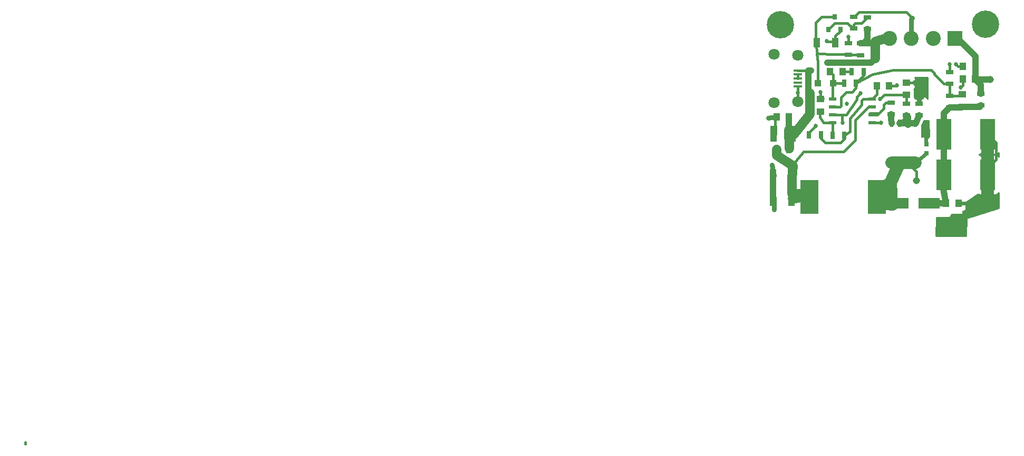
<source format=gtl>
G04 #@! TF.FileFunction,Copper,L1,Top,Signal*
%FSLAX46Y46*%
G04 Gerber Fmt 4.6, Leading zero omitted, Abs format (unit mm)*
G04 Created by KiCad (PCBNEW 4.0.7-e2-6376~60~ubuntu17.10.1) date Tue Feb 13 22:12:39 2018*
%MOMM*%
%LPD*%
G01*
G04 APERTURE LIST*
%ADD10C,0.100000*%
%ADD11R,1.300000X0.700000*%
%ADD12R,0.700000X1.300000*%
%ADD13R,0.750000X0.800000*%
%ADD14R,1.250000X1.000000*%
%ADD15R,1.000000X1.250000*%
%ADD16R,0.508000X1.143000*%
%ADD17C,1.143000*%
%ADD18R,2.400000X5.000000*%
%ADD19R,0.800000X0.900000*%
%ADD20R,1.000000X1.000000*%
%ADD21C,4.400000*%
%ADD22C,2.400000*%
%ADD23R,2.400000X2.400000*%
%ADD24R,2.900000X5.400000*%
%ADD25R,1.143000X0.508000*%
%ADD26R,1.350000X0.400000*%
%ADD27C,1.800000*%
%ADD28R,3.500000X1.800000*%
%ADD29R,1.000000X2.500000*%
%ADD30R,1.000000X1.600000*%
%ADD31C,0.685800*%
%ADD32C,0.381000*%
%ADD33C,1.000000*%
%ADD34C,0.600000*%
%ADD35C,0.800000*%
%ADD36C,2.000000*%
%ADD37C,0.400000*%
%ADD38C,1.500000*%
%ADD39C,0.200000*%
%ADD40C,0.254000*%
G04 APERTURE END LIST*
D10*
D11*
X165925500Y-85354200D03*
X165925500Y-83454200D03*
X165925500Y-89164200D03*
X165925500Y-87264200D03*
X160985200Y-90434200D03*
X160985200Y-88534200D03*
X158953200Y-90434200D03*
X158953200Y-88534200D03*
X156502100Y-90294500D03*
X156502100Y-88394500D03*
D12*
X152080000Y-83362800D03*
X150180000Y-83362800D03*
X150835400Y-85217000D03*
X148935400Y-85217000D03*
X147106600Y-93599000D03*
X149006600Y-93599000D03*
D11*
X170942000Y-86908600D03*
X170942000Y-88808600D03*
D12*
X138115000Y-95910400D03*
X140015000Y-95910400D03*
D13*
X162191700Y-96546100D03*
X162191700Y-95046100D03*
D14*
X158978600Y-87131400D03*
X158978600Y-85131400D03*
X145161000Y-89836500D03*
X145161000Y-87836500D03*
D15*
X146726400Y-83388200D03*
X148726400Y-83388200D03*
D16*
X160439100Y-98056700D03*
X159169100Y-98056700D03*
X157899100Y-98056700D03*
X156629100Y-98056700D03*
X156629100Y-91706700D03*
X157899100Y-91706700D03*
X159169100Y-91706700D03*
X160439100Y-91706700D03*
D17*
X160566100Y-100952300D03*
X172466000Y-84683600D03*
D18*
X164978200Y-99974400D03*
X171978200Y-99974400D03*
X165003600Y-93472000D03*
X172003600Y-93472000D03*
D19*
X146471600Y-76615800D03*
X148371600Y-76615800D03*
X147421600Y-74615800D03*
D11*
X152704800Y-74640400D03*
X152704800Y-76540400D03*
D15*
X165331900Y-104571800D03*
X167331900Y-104571800D03*
X169986200Y-84582000D03*
X167986200Y-84582000D03*
D14*
X167919400Y-89061800D03*
X167919400Y-87061800D03*
D20*
X144698400Y-85267800D03*
X147198400Y-85267800D03*
D11*
X151587200Y-80756800D03*
X151587200Y-78856800D03*
X149682200Y-78806000D03*
X149682200Y-80706000D03*
D15*
X140115800Y-90678000D03*
X138115800Y-90678000D03*
D11*
X150469600Y-76489600D03*
X150469600Y-74589600D03*
D15*
X170037000Y-82550000D03*
X168037000Y-82550000D03*
D21*
X171678600Y-75793600D03*
X138709400Y-75869800D03*
D15*
X154194000Y-85686900D03*
X156194000Y-85686900D03*
D12*
X143322000Y-93560900D03*
X145222000Y-93560900D03*
D22*
X159751000Y-78092300D03*
X156251000Y-78092300D03*
X163251000Y-78092300D03*
D23*
X166751000Y-78092300D03*
D24*
X154218600Y-103517700D03*
X143418600Y-103517700D03*
D25*
X153454100Y-87769700D03*
X153454100Y-89039700D03*
X153454100Y-90309700D03*
X153454100Y-91579700D03*
X147104100Y-91579700D03*
X147104100Y-90309700D03*
X147104100Y-89039700D03*
X147104100Y-87769700D03*
D26*
X141545300Y-83205800D03*
X141545300Y-83855800D03*
X141545300Y-84505800D03*
X141545300Y-85155800D03*
X141545300Y-85805800D03*
D27*
X141545300Y-80780800D03*
X141520300Y-88230800D03*
X137720300Y-80630800D03*
X137720300Y-88380800D03*
D28*
X162608900Y-104533700D03*
X157608900Y-104533700D03*
D29*
X140501500Y-100444300D03*
X137501500Y-100444300D03*
X140501500Y-103682800D03*
X137501500Y-103682800D03*
D30*
X144562700Y-78765400D03*
X147562700Y-78765400D03*
D29*
X140653900Y-93408500D03*
X137653900Y-93408500D03*
D31*
X149428200Y-88582500D03*
X162026600Y-91681300D03*
X162001200Y-92671900D03*
X162026600Y-93573600D03*
X136779000Y-90855800D03*
X157454600Y-85598000D03*
X137401300Y-98425000D03*
X137693400Y-105600500D03*
X146164300Y-78524100D03*
X145161000Y-86677500D03*
X141541500Y-86804500D03*
X154940000Y-91592400D03*
X167690800Y-85902800D03*
X166903400Y-82169000D03*
X165938200Y-82245200D03*
X169697400Y-104698800D03*
X168732200Y-104698800D03*
X172720000Y-96697800D03*
X171856400Y-95402400D03*
X171792900Y-98145600D03*
X171094400Y-96774000D03*
X170713400Y-104775000D03*
X171729400Y-104800400D03*
X171704000Y-103860600D03*
X172643800Y-103936800D03*
X171767500Y-101600000D03*
X172669200Y-101688900D03*
X161493200Y-87541100D03*
X161493200Y-86525100D03*
X161493200Y-85509100D03*
X160477200Y-85509100D03*
X160477200Y-86525100D03*
X160477200Y-87541100D03*
X149656800Y-77812900D03*
X154749500Y-87782400D03*
X151574500Y-86893400D03*
X144411700Y-92113100D03*
X148729700Y-91579700D03*
X146240500Y-81953100D03*
X143662400Y-83210400D03*
D32*
X17526000Y-143263300D02*
X17526000Y-142989300D01*
D33*
X137502900Y-100164900D02*
X137501500Y-103682800D01*
D34*
X162191700Y-95046100D02*
X162001200Y-93599000D01*
D32*
X162026600Y-92646500D02*
X162026600Y-91681300D01*
X162001200Y-92671900D02*
X162026600Y-92646500D01*
X162001200Y-93599000D02*
X162026600Y-93573600D01*
X148371600Y-76615800D02*
X148371600Y-76875600D01*
X148371600Y-76875600D02*
X147574000Y-77673200D01*
X147574000Y-77673200D02*
X147574000Y-78578200D01*
D35*
X137912600Y-90665300D02*
X136779000Y-90855800D01*
D36*
X171978200Y-99974400D02*
X171978200Y-104363400D01*
X171978200Y-104363400D02*
X172097700Y-104482900D01*
X172003600Y-93472000D02*
X172003600Y-99949000D01*
X172003600Y-99949000D02*
X171978200Y-99974400D01*
D34*
X167331900Y-104571800D02*
X168605200Y-104571800D01*
X168605200Y-104571800D02*
X168732200Y-104698800D01*
D32*
X156194000Y-85686900D02*
X157365700Y-85686900D01*
X157365700Y-85686900D02*
X157454600Y-85598000D01*
X137861800Y-88522300D02*
X137720300Y-88380800D01*
X137950700Y-93433900D02*
X137912600Y-90665300D01*
D35*
X137710800Y-100139500D02*
X137414000Y-98412300D01*
D32*
X137414000Y-98412300D02*
X137401300Y-98425000D01*
D35*
X137709400Y-103670100D02*
X137706100Y-105613200D01*
D32*
X137706100Y-105613200D02*
X137693400Y-105600500D01*
X171978200Y-99974400D02*
X171978200Y-98900100D01*
X171978200Y-98900100D02*
X173355000Y-97523300D01*
X173355000Y-94823400D02*
X172003600Y-93472000D01*
X173355000Y-97523300D02*
X173355000Y-94823400D01*
X171978200Y-99974400D02*
X171978200Y-93497400D01*
X171978200Y-93497400D02*
X172003600Y-93472000D01*
X149682200Y-78806000D02*
X149682200Y-77838300D01*
D37*
X147574000Y-78578200D02*
X146218400Y-78578200D01*
X146218400Y-78578200D02*
X146164300Y-78524100D01*
D32*
X145618200Y-87747600D02*
X145151600Y-87747600D01*
X145151600Y-87747600D02*
X145161000Y-86677500D01*
X141541500Y-86804500D02*
X141533400Y-86796400D01*
X141533400Y-86796400D02*
X141545300Y-85805800D01*
X141520300Y-88230800D02*
X141520300Y-85830800D01*
X141520300Y-85830800D02*
X141545300Y-85805800D01*
X137870300Y-88230800D02*
X137720300Y-88380800D01*
X153454100Y-91579700D02*
X154927300Y-91579700D01*
X154927300Y-91579700D02*
X154940000Y-91592400D01*
X158978600Y-85131400D02*
X160232600Y-85131400D01*
X160232600Y-85131400D02*
X160578800Y-84785200D01*
X167986200Y-84582000D02*
X167986200Y-85607400D01*
X167986200Y-85607400D02*
X167690800Y-85902800D01*
X168037000Y-82550000D02*
X167284400Y-82550000D01*
X167284400Y-82550000D02*
X166903400Y-82169000D01*
X165925500Y-83454200D02*
X165925500Y-82257900D01*
X165925500Y-82257900D02*
X165938200Y-82245200D01*
X169773600Y-104775000D02*
X170713400Y-104775000D01*
X169697400Y-104698800D02*
X169773600Y-104775000D01*
X168605200Y-104571800D02*
X168732200Y-104698800D01*
X171978200Y-99974400D02*
X171978200Y-97657800D01*
X171978200Y-97657800D02*
X171094400Y-96774000D01*
X172720000Y-96697800D02*
X172003600Y-95194000D01*
X171843700Y-98094800D02*
X171856400Y-95402400D01*
X171792900Y-98145600D02*
X171843700Y-98094800D01*
X172003600Y-95194000D02*
X172003600Y-93472000D01*
X170992800Y-104495600D02*
X170992800Y-103657400D01*
X170713400Y-104775000D02*
X170992800Y-104495600D01*
X172097700Y-104482900D02*
X171780200Y-104800400D01*
X171780200Y-104800400D02*
X171729400Y-104800400D01*
X172643800Y-103936800D02*
X172097700Y-104482900D01*
X171716700Y-101650800D02*
X171704000Y-103860600D01*
X171767500Y-101600000D02*
X171716700Y-101650800D01*
X171978200Y-99974400D02*
X171978200Y-101656000D01*
X172003600Y-99949000D02*
X171978200Y-99974400D01*
X160985200Y-88623100D02*
X160985200Y-88049100D01*
X160985200Y-88049100D02*
X160477200Y-87541100D01*
X161493200Y-85509100D02*
X161493200Y-86525100D01*
X160477200Y-86525100D02*
X160477200Y-85509100D01*
X149682200Y-77838300D02*
X149656800Y-77812900D01*
X148497800Y-76489600D02*
X148371600Y-76615800D01*
D37*
X147104100Y-87769700D02*
X147104100Y-85362100D01*
X147104100Y-85362100D02*
X147198400Y-85267800D01*
X147198400Y-85267800D02*
X147198400Y-83860200D01*
X147198400Y-83860200D02*
X146726400Y-83388200D01*
X147198400Y-85267800D02*
X148884600Y-85267800D01*
X148884600Y-85267800D02*
X148935400Y-85217000D01*
X148726400Y-83388200D02*
X150154600Y-83388200D01*
X150154600Y-83388200D02*
X150180000Y-83362800D01*
X147104100Y-91579700D02*
X147104100Y-93596500D01*
X147104100Y-93596500D02*
X147106600Y-93599000D01*
X145110200Y-89662000D02*
X145059400Y-90728800D01*
X145681700Y-91579700D02*
X147104100Y-91579700D01*
X145059400Y-90728800D02*
X145681700Y-91579700D01*
D32*
X151015700Y-87541100D02*
X151015700Y-87909400D01*
X148653500Y-90309700D02*
X149352000Y-90309700D01*
X151015700Y-87909400D02*
X149352000Y-90309700D01*
X155400500Y-87131400D02*
X154749500Y-87782400D01*
X151574500Y-86893400D02*
X151015700Y-87452200D01*
X151015700Y-87452200D02*
X151015700Y-87541100D01*
X155400500Y-87131400D02*
X158978600Y-87131400D01*
X143322000Y-93560900D02*
X143322000Y-93202800D01*
X143322000Y-93202800D02*
X144411700Y-92113100D01*
X148729700Y-91579700D02*
X148653500Y-91503500D01*
X148653500Y-91503500D02*
X148653500Y-90309700D01*
X158953200Y-88534200D02*
X158953200Y-87156800D01*
X158953200Y-87156800D02*
X158772100Y-87337900D01*
X148653500Y-90309700D02*
X147104100Y-90309700D01*
X158953200Y-87156800D02*
X158978600Y-87131400D01*
X160566100Y-100952300D02*
X160566100Y-99453700D01*
X160566100Y-99453700D02*
X159169100Y-98056700D01*
X162191700Y-96546100D02*
X162152900Y-96546100D01*
D34*
X162152900Y-96546100D02*
X160248600Y-98247200D01*
D32*
X160248600Y-98247200D02*
X157917515Y-98247200D01*
X157917515Y-98247200D02*
X157899100Y-98056700D01*
D36*
X156629100Y-98056700D02*
X160439100Y-98056700D01*
X156400500Y-101231700D02*
X157873700Y-98082100D01*
D38*
X157873700Y-98082100D02*
X157899100Y-98056700D01*
D36*
X156400500Y-101231700D02*
X156552900Y-104521000D01*
D38*
X156552900Y-104521000D02*
X156770335Y-104713303D01*
D36*
X156770335Y-104713303D02*
X154470100Y-104584500D01*
D33*
X157174200Y-104609900D02*
X154609800Y-104533700D01*
X154609800Y-104533700D02*
X154470100Y-104584500D01*
X154470100Y-104584500D02*
X155334400Y-104584500D01*
X157899100Y-98056700D02*
X159169100Y-98056700D01*
X155676600Y-101180900D02*
X156235400Y-103556622D01*
X157899100Y-98056700D02*
X156425900Y-101206300D01*
X156425900Y-101206300D02*
X156400500Y-101231700D01*
X156629100Y-98056700D02*
X157899100Y-98056700D01*
X170037000Y-80908400D02*
X170037000Y-82550000D01*
X172466000Y-84683600D02*
X170087800Y-84683600D01*
X170087800Y-84683600D02*
X169986200Y-84582000D01*
X170037000Y-82550000D02*
X170037000Y-84531200D01*
X170037000Y-84531200D02*
X169986200Y-84582000D01*
X170942000Y-86908600D02*
X170942000Y-85537800D01*
X170942000Y-85537800D02*
X169986200Y-84582000D01*
X166814500Y-78168500D02*
X166887800Y-77759200D01*
X166887800Y-77759200D02*
X167322500Y-78193900D01*
X166814500Y-78193900D02*
X166887800Y-77759200D01*
X166887800Y-77759200D02*
X167322500Y-78193900D01*
X167322500Y-78193900D02*
X170037000Y-80908400D01*
D32*
X153454100Y-90309700D02*
X154330400Y-90309700D01*
X155648700Y-88394500D02*
X156502100Y-88394500D01*
X155321000Y-88722200D02*
X155648700Y-88394500D01*
X155321000Y-89319100D02*
X155321000Y-88722200D01*
X154330400Y-90309700D02*
X155321000Y-89319100D01*
X153149300Y-90055700D02*
X154419300Y-90055700D01*
D33*
X156502100Y-90294500D02*
X156502100Y-90995500D01*
X156502100Y-90995500D02*
X156629100Y-91706700D01*
X157899100Y-91706700D02*
X160439100Y-91706700D01*
X159258000Y-91909900D02*
X159232600Y-90713600D01*
X159232600Y-90713600D02*
X158953200Y-90434200D01*
X160451800Y-91719400D02*
X160959800Y-90459600D01*
X160959800Y-90459600D02*
X160985200Y-90434200D01*
X159169100Y-91706700D02*
X160451800Y-91719400D01*
X160451800Y-91719400D02*
X160439100Y-91706700D01*
X159258000Y-91909900D02*
X159169100Y-91706700D01*
D32*
X158953200Y-90434200D02*
X158102300Y-91503500D01*
X158102300Y-91503500D02*
X157899100Y-91706700D01*
X160985200Y-90434200D02*
X160477200Y-91414600D01*
X160477200Y-91414600D02*
X160439100Y-91706700D01*
X159258000Y-91909900D02*
X157899100Y-91706700D01*
D33*
X153968450Y-81311750D02*
X153327100Y-81953100D01*
X153327100Y-81953100D02*
X146240500Y-81953100D01*
D38*
X153968450Y-81311750D02*
X153968450Y-78606650D01*
D33*
X156337000Y-78003400D02*
X155841700Y-78003400D01*
D38*
X155841700Y-78003400D02*
X153968450Y-78606650D01*
D33*
X153968450Y-78606650D02*
X153718300Y-78856800D01*
X156337000Y-78003400D02*
X156286200Y-78003400D01*
D37*
X156194800Y-77861200D02*
X156337000Y-78003400D01*
X141545300Y-83205800D02*
X143162500Y-83205800D01*
X142468600Y-83205800D02*
X143162500Y-83205800D01*
X143162500Y-83205800D02*
X143192500Y-83235800D01*
D39*
X141545300Y-83205800D02*
X142468600Y-83205800D01*
X142468600Y-83205800D02*
X143657800Y-83205800D01*
D37*
X143657800Y-83205800D02*
X143662400Y-83210400D01*
D33*
X140081000Y-92760800D02*
X140944600Y-93433900D01*
D38*
X140944600Y-93433900D02*
X143497300Y-90220800D01*
X143497300Y-90220800D02*
X143497300Y-86842600D01*
D33*
X143497300Y-86842600D02*
X143192500Y-86537800D01*
X143192500Y-86537800D02*
X143192500Y-83235800D01*
X143662400Y-83210400D02*
X143637000Y-83235800D01*
X143637000Y-83235800D02*
X143192500Y-83235800D01*
D38*
X140081000Y-92760800D02*
X140141200Y-95784200D01*
D33*
X140141200Y-95784200D02*
X140015000Y-95910400D01*
X140119100Y-90614500D02*
X140081000Y-92760800D01*
X152704800Y-76540400D02*
X152704800Y-78257400D01*
X152704800Y-78257400D02*
X152105400Y-78856800D01*
X152105400Y-78856800D02*
X151587200Y-78856800D01*
X153718300Y-78856800D02*
X151587200Y-78856800D01*
D37*
X140015000Y-95910400D02*
X139954800Y-92887000D01*
X139954800Y-92887000D02*
X140081000Y-92760800D01*
D32*
X141545300Y-83855800D02*
X141545300Y-84505800D01*
D33*
X165331900Y-104571800D02*
X161746300Y-104571800D01*
X167919400Y-89061800D02*
X170688800Y-89061800D01*
X170688800Y-89061800D02*
X170942000Y-88808600D01*
X165003600Y-93472000D02*
X165003600Y-90086100D01*
X165003600Y-90086100D02*
X165925500Y-89164200D01*
X165925500Y-89164200D02*
X167817000Y-89164200D01*
X167817000Y-89164200D02*
X167919400Y-89061800D01*
X165003600Y-93472000D02*
X165003600Y-99949000D01*
X165003600Y-99949000D02*
X164531800Y-100420800D01*
X164531800Y-100420800D02*
X165331900Y-104571800D01*
X165230300Y-104470200D02*
X165331900Y-104571800D01*
D37*
X165925500Y-85354200D02*
X164945100Y-85354200D01*
X153568505Y-83857402D02*
X150835400Y-85217000D01*
X156819600Y-83134200D02*
X153568505Y-83857402D01*
X162915600Y-83134200D02*
X156819600Y-83134200D01*
X163449000Y-83667600D02*
X162915600Y-83134200D01*
X163449000Y-83858100D02*
X163449000Y-83667600D01*
X164945100Y-85354200D02*
X163449000Y-83858100D01*
X147104100Y-89039700D02*
X148285200Y-89039700D01*
X148285200Y-89039700D02*
X148463000Y-88861900D01*
X148463000Y-88861900D02*
X148463000Y-87553800D01*
X148463000Y-87553800D02*
X149326600Y-86690200D01*
X149326600Y-86690200D02*
X150202900Y-86690200D01*
X150202900Y-86690200D02*
X150835400Y-86057700D01*
X150835400Y-86057700D02*
X150835400Y-85217000D01*
X152080000Y-83362800D02*
X152080000Y-83972400D01*
X152080000Y-83972400D02*
X150835400Y-85217000D01*
D32*
X165925500Y-85354200D02*
X165925500Y-87264200D01*
X165925500Y-87264200D02*
X167717000Y-87264200D01*
X167717000Y-87264200D02*
X167919400Y-87061800D01*
X147421600Y-74615800D02*
X145297400Y-74615800D01*
X144386300Y-78879700D02*
X144678400Y-80492600D01*
X144386300Y-75526900D02*
X144386300Y-78879700D01*
X145297400Y-74615800D02*
X144386300Y-75526900D01*
D37*
X149682200Y-80706000D02*
X151536400Y-80706000D01*
X151536400Y-80706000D02*
X151587200Y-80756800D01*
X147574000Y-80578200D02*
X149554400Y-80578200D01*
X149554400Y-80578200D02*
X149682200Y-80706000D01*
X144698400Y-85267800D02*
X144698400Y-81882300D01*
X144596100Y-80492600D02*
X144678400Y-80492600D01*
X144678400Y-80492600D02*
X147574000Y-80578200D01*
X144698400Y-81882300D02*
X144596100Y-80492600D01*
D35*
X159751000Y-78092300D02*
X159751000Y-74909200D01*
X159751000Y-74909200D02*
X159887800Y-74772400D01*
D32*
X159887800Y-74772400D02*
X159911227Y-76020905D01*
X150581400Y-74589600D02*
X151333200Y-73837800D01*
X151333200Y-73837800D02*
X158953200Y-73837800D01*
X158953200Y-73837800D02*
X159887800Y-74772400D01*
X150469600Y-74589600D02*
X150581400Y-74589600D01*
D38*
X140547600Y-102997000D02*
X143113800Y-102997000D01*
D33*
X143113800Y-102997000D02*
X143736100Y-103263700D01*
D38*
X143736100Y-103263700D02*
X140779500Y-103911400D01*
X140779500Y-103911400D02*
X140690600Y-103822500D01*
X140547600Y-102997000D02*
X140550900Y-100596700D01*
X140566900Y-100533200D02*
X140741400Y-98577400D01*
X140741400Y-98577400D02*
X138112500Y-96888300D01*
X138112500Y-96888300D02*
X138115000Y-95910400D01*
D37*
X138115000Y-95910400D02*
X138112500Y-96888300D01*
X138087100Y-96342200D02*
X140344400Y-98091500D01*
X153454100Y-89039700D02*
X152857200Y-89039700D01*
X140741400Y-98279200D02*
X140741400Y-98577400D01*
X142455900Y-96240600D02*
X140741400Y-98279200D01*
X148894800Y-96240600D02*
X142455900Y-96240600D01*
X150749000Y-94386400D02*
X148894800Y-96240600D01*
X150749000Y-91147900D02*
X150749000Y-94386400D01*
X152857200Y-89039700D02*
X150749000Y-91147900D01*
X141198600Y-98539300D02*
X140792200Y-100711000D01*
X140566900Y-100533200D02*
X140550900Y-100596700D01*
D32*
X153454100Y-87769700D02*
X152044400Y-87769700D01*
X152044400Y-87769700D02*
X151790400Y-88023700D01*
X151790400Y-88023700D02*
X151790400Y-88747600D01*
X151790400Y-88747600D02*
X149936200Y-90957400D01*
X149936200Y-90957400D02*
X149936200Y-93025000D01*
X149936200Y-93025000D02*
X149006600Y-93599000D01*
X145222000Y-93560900D02*
X145222000Y-94155300D01*
X145222000Y-94155300D02*
X145910300Y-94843600D01*
X145910300Y-94843600D02*
X148361400Y-94843600D01*
X148361400Y-94843600D02*
X149006600Y-94198400D01*
X149006600Y-94198400D02*
X149006600Y-93599000D01*
X154194000Y-85686900D02*
X154194000Y-87029800D01*
X154194000Y-87029800D02*
X153454100Y-87769700D01*
X150469600Y-76489600D02*
X150390900Y-76489600D01*
X150390900Y-76489600D02*
X149504400Y-75603100D01*
X147484300Y-75603100D02*
X146471600Y-76615800D01*
X149504400Y-75603100D02*
X147484300Y-75603100D01*
X151754800Y-75590400D02*
X152704800Y-74640400D01*
X150723600Y-75590400D02*
X151754800Y-75590400D01*
X150469600Y-76489600D02*
X150469600Y-75844400D01*
X150469600Y-75844400D02*
X150723600Y-75590400D01*
D40*
G36*
X162356800Y-87765241D02*
X162336297Y-87715742D01*
X162103658Y-87483103D01*
X161799700Y-87357200D01*
X161414950Y-87357200D01*
X161208200Y-87563950D01*
X161208200Y-88099900D01*
X160762200Y-88099900D01*
X160762200Y-87563950D01*
X160555450Y-87357200D01*
X160251040Y-87357200D01*
X160251040Y-86631400D01*
X160206762Y-86396083D01*
X160129124Y-86275431D01*
X160304697Y-86099858D01*
X160430600Y-85795901D01*
X160430600Y-85561150D01*
X160223850Y-85354400D01*
X160070800Y-85354400D01*
X160070800Y-84908400D01*
X160223850Y-84908400D01*
X160430600Y-84701650D01*
X160430600Y-84466899D01*
X160357285Y-84289900D01*
X162356800Y-84289900D01*
X162356800Y-87765241D01*
X162356800Y-87765241D01*
G37*
X162356800Y-87765241D02*
X162336297Y-87715742D01*
X162103658Y-87483103D01*
X161799700Y-87357200D01*
X161414950Y-87357200D01*
X161208200Y-87563950D01*
X161208200Y-88099900D01*
X160762200Y-88099900D01*
X160762200Y-87563950D01*
X160555450Y-87357200D01*
X160251040Y-87357200D01*
X160251040Y-86631400D01*
X160206762Y-86396083D01*
X160129124Y-86275431D01*
X160304697Y-86099858D01*
X160430600Y-85795901D01*
X160430600Y-85561150D01*
X160223850Y-85354400D01*
X160070800Y-85354400D01*
X160070800Y-84908400D01*
X160223850Y-84908400D01*
X160430600Y-84701650D01*
X160430600Y-84466899D01*
X160357285Y-84289900D01*
X162356800Y-84289900D01*
X162356800Y-87765241D01*
G36*
X173786476Y-105341238D02*
X168942007Y-106807000D01*
X168701616Y-106807000D01*
X168652206Y-106817006D01*
X168610581Y-106845447D01*
X168583301Y-106887841D01*
X168574619Y-106933136D01*
X168555261Y-109778800D01*
X163729420Y-109778800D01*
X163752788Y-106857800D01*
X165785800Y-106857800D01*
X165835210Y-106847794D01*
X165886820Y-106807767D01*
X166255582Y-106323767D01*
X167911853Y-106307037D01*
X167961159Y-106296532D01*
X168002494Y-106267672D01*
X168029345Y-106225005D01*
X168037539Y-106182834D01*
X168044403Y-105870528D01*
X168091304Y-105861703D01*
X168329551Y-105708395D01*
X168489382Y-105474474D01*
X168545613Y-105196800D01*
X168545613Y-104365951D01*
X170426270Y-103081145D01*
X170500526Y-103131882D01*
X170778200Y-103188113D01*
X173178200Y-103188113D01*
X173437604Y-103139303D01*
X173675851Y-102985995D01*
X173777869Y-102836686D01*
X173786476Y-105341238D01*
X173786476Y-105341238D01*
G37*
X173786476Y-105341238D02*
X168942007Y-106807000D01*
X168701616Y-106807000D01*
X168652206Y-106817006D01*
X168610581Y-106845447D01*
X168583301Y-106887841D01*
X168574619Y-106933136D01*
X168555261Y-109778800D01*
X163729420Y-109778800D01*
X163752788Y-106857800D01*
X165785800Y-106857800D01*
X165835210Y-106847794D01*
X165886820Y-106807767D01*
X166255582Y-106323767D01*
X167911853Y-106307037D01*
X167961159Y-106296532D01*
X168002494Y-106267672D01*
X168029345Y-106225005D01*
X168037539Y-106182834D01*
X168044403Y-105870528D01*
X168091304Y-105861703D01*
X168329551Y-105708395D01*
X168489382Y-105474474D01*
X168545613Y-105196800D01*
X168545613Y-104365951D01*
X170426270Y-103081145D01*
X170500526Y-103131882D01*
X170778200Y-103188113D01*
X173178200Y-103188113D01*
X173437604Y-103139303D01*
X173675851Y-102985995D01*
X173777869Y-102836686D01*
X173786476Y-105341238D01*
G36*
X173758097Y-97082893D02*
X173689795Y-96976749D01*
X173455874Y-96816918D01*
X173178200Y-96760687D01*
X170778200Y-96760687D01*
X170675186Y-96780070D01*
X170675936Y-96659860D01*
X170803600Y-96685713D01*
X173203600Y-96685713D01*
X173463004Y-96636903D01*
X173701251Y-96483595D01*
X173755763Y-96403814D01*
X173758097Y-97082893D01*
X173758097Y-97082893D01*
G37*
X173758097Y-97082893D02*
X173689795Y-96976749D01*
X173455874Y-96816918D01*
X173178200Y-96760687D01*
X170778200Y-96760687D01*
X170675186Y-96780070D01*
X170675936Y-96659860D01*
X170803600Y-96685713D01*
X173203600Y-96685713D01*
X173463004Y-96636903D01*
X173701251Y-96483595D01*
X173755763Y-96403814D01*
X173758097Y-97082893D01*
G36*
X162567928Y-93837122D02*
X162379200Y-94025850D01*
X162379200Y-94088344D01*
X162004200Y-94081399D01*
X162004200Y-94025850D01*
X161797450Y-93819100D01*
X161652200Y-93819100D01*
X161449031Y-93903255D01*
X161442390Y-93584510D01*
X161429897Y-92022939D01*
X161731346Y-91274900D01*
X162536165Y-91274900D01*
X162567928Y-93837122D01*
X162567928Y-93837122D01*
G37*
X162567928Y-93837122D02*
X162379200Y-94025850D01*
X162379200Y-94088344D01*
X162004200Y-94081399D01*
X162004200Y-94025850D01*
X161797450Y-93819100D01*
X161652200Y-93819100D01*
X161449031Y-93903255D01*
X161442390Y-93584510D01*
X161429897Y-92022939D01*
X161731346Y-91274900D01*
X162536165Y-91274900D01*
X162567928Y-93837122D01*
M02*

</source>
